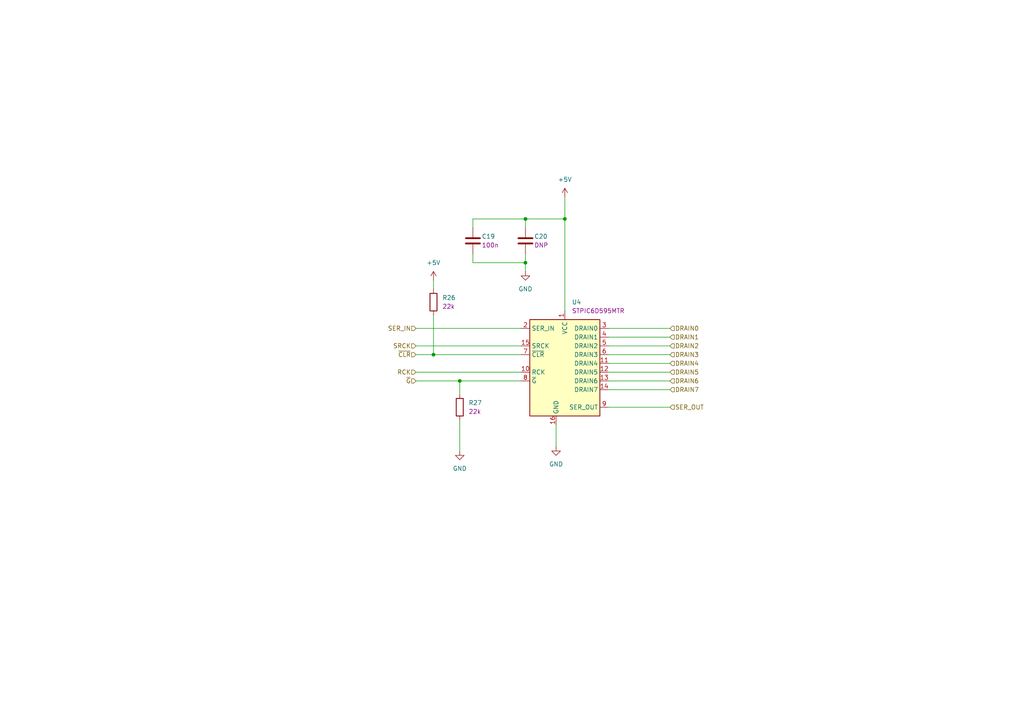
<source format=kicad_sch>
(kicad_sch (version 20211123) (generator eeschema)
  (paper "A4")
  (title_block (title "Gear Display Board") (date "2023-01-05") (rev "2.0") (company "Kallio Designs Oy") (comment 1 "Teemu Latonen") (comment 2 "000064") (comment 3 "000065"))
  (lib_symbols
    (symbol "KD_Capacitor:C_0603_100n_X7R_100V" (pin_numbers hide) (pin_names hide)
      (property "Reference" "C" (at 2.54 1.27 0))
      (property "Code" "100n" (at 2.54 -1.27 0))
      (symbol "C_0603_100n_X7R_100V_0_1"
        (polyline (pts (xy -2.032 -0.762) (xy 2.032 -0.762)) (stroke (width 0.508)))
        (polyline (pts (xy -2.032 0.762) (xy 2.032 0.762)) (stroke (width 0.508)))
      )
      (symbol "C_0603_100n_X7R_100V_1_1"
        (pin passive line (at 0 3.81 270) (length 2.794) (name "~") (number "1"))
        (pin passive line (at 0 -3.81 90) (length 2.794) (name "~") (number "2"))
      )
    )
    (symbol "KD_Capacitor:C_0805_DNP" (pin_numbers hide) (pin_names hide)
      (property "Reference" "C" (at 2.54 1.27 0))
      (property "Code" "DNP" (at 2.54 -1.27 0))
      (symbol "C_0805_DNP_0_1"
        (polyline (pts (xy -2.032 -0.762) (xy 2.032 -0.762)) (stroke (width 0.508)))
        (polyline (pts (xy -2.032 0.762) (xy 2.032 0.762)) (stroke (width 0.508)))
      )
      (symbol "C_0805_DNP_1_1"
        (pin passive line (at 0 3.81 270) (length 2.794) (name "~") (number "1"))
        (pin passive line (at 0 -3.81 90) (length 2.794) (name "~") (number "2"))
      )
    )
    (symbol "KD_IC_Buffer_Driver_Interface:Shift_register_OC_8bit_STPIC6D595MTR"
      (property "Reference" "U" (at 2.54 16.51 0))
      (property "Code" "STPIC6D595MTR" (at 2.54 13.97 0))
      (symbol "Shift_register_OC_8bit_STPIC6D595MTR_0_1"
        (rectangle (start -10.16 12.7) (end 10.16 -15.24) (stroke (width 0.254)) (fill (type background)))
      )
      (symbol "Shift_register_OC_8bit_STPIC6D595MTR_1_1"
        (pin power_in line (at 0 15.24 270) (length 2.54) (name "VCC") (number "1"))
        (pin input line (at -12.7 -2.54 0) (length 2.54) (name "RCK") (number "10"))
        (pin open_collector line (at 12.7 0 180) (length 2.54) (name "DRAIN4") (number "11"))
        (pin open_collector line (at 12.7 -2.54 180) (length 2.54) (name "DRAIN5") (number "12"))
        (pin open_collector line (at 12.7 -5.08 180) (length 2.54) (name "DRAIN6") (number "13"))
        (pin open_collector line (at 12.7 -7.62 180) (length 2.54) (name "DRAIN7") (number "14"))
        (pin input line (at -12.7 5.08 0) (length 2.54) (name "SRCK") (number "15"))
        (pin power_in line (at -2.54 -17.78 90) (length 2.54) (name "GND") (number "16"))
        (pin input line (at -12.7 10.16 0) (length 2.54) (name "SER_IN") (number "2"))
        (pin open_collector line (at 12.7 10.16 180) (length 2.54) (name "DRAIN0") (number "3"))
        (pin open_collector line (at 12.7 7.62 180) (length 2.54) (name "DRAIN1") (number "4"))
        (pin open_collector line (at 12.7 5.08 180) (length 2.54) (name "DRAIN2") (number "5"))
        (pin open_collector line (at 12.7 2.54 180) (length 2.54) (name "DRAIN3") (number "6"))
        (pin input line (at -12.7 2.54 0) (length 2.54) (name "~{CLR}") (number "7"))
        (pin input line (at -12.7 -5.08 0) (length 2.54) (name "~{G}") (number "8"))
        (pin output line (at 12.7 -12.7 180) (length 2.54) (name "SER_OUT") (number "9"))
      )
    )
    (symbol "KD_Resistor:R_0603_22k_1%" (pin_numbers hide) (pin_names hide)
      (property "Reference" "R" (at 1.905 1.27 0))
      (property "Code" "22k" (at 1.905 -1.27 0))
      (symbol "R_0603_22k_1%_0_1"
        (rectangle (start -1.016 -2.54) (end 1.016 2.54) (stroke (width 0.254)))
      )
      (symbol "R_0603_22k_1%_1_1"
        (pin passive line (at 0 3.81 270) (length 1.27) (name "~") (number "1"))
        (pin passive line (at 0 -3.81 90) (length 1.27) (name "~") (number "2"))
      )
    )
    (symbol "power:+5V" (power) (pin_names (offset 0))
      (property "Value" "+5V" (at 0 3.556 0))
      (symbol "+5V_0_1"
        (polyline (pts (xy -0.762 1.27) (xy 0 2.54)))
        (polyline (pts (xy 0 0) (xy 0 2.54)))
        (polyline (pts (xy 0 2.54) (xy 0.762 1.27)))
      )
      (symbol "+5V_1_1"
        (pin power_in line (at 0 0 90) (length 0) hide (name "+5V") (number "1"))
      )
    )
    (symbol "power:GND" (power) (pin_names (offset 0))
      (property "Value" "GND" (at 0 -3.81 0))
      (symbol "GND_0_1"
        (polyline (pts (xy 0 0) (xy 0 -1.27) (xy 1.27 -1.27) (xy 0 -2.54) (xy -1.27 -1.27) (xy 0 -1.27)))
      )
      (symbol "GND_1_1"
        (pin power_in line (at 0 0 270) (length 0) hide (name "GND") (number "1"))
      )
    )
  )
  (bus_alias "I2C" (members "SDA" "SCL"))
  (bus_alias "SPI" (members "MISO" "MOSI" "SCLK" "CS"))
  (junction (at 163.83 63.5))
  (junction (at 133.35 110.49))
  (junction (at 125.73 102.87))
  (junction (at 152.4 76.2))
  (junction (at 152.4 63.5))
  (wire (pts (xy 120.65 110.49) (xy 133.35 110.49)))
  (wire (pts (xy 133.35 110.49) (xy 133.35 114.3)))
  (wire (pts (xy 176.53 100.33) (xy 194.31 100.33)))
  (wire (pts (xy 161.29 129.54) (xy 161.29 123.19)))
  (wire (pts (xy 125.73 91.44) (xy 125.73 102.87)))
  (wire (pts (xy 176.53 113.03) (xy 194.31 113.03)))
  (wire (pts (xy 125.73 81.28) (xy 125.73 83.82)))
  (wire (pts (xy 152.4 66.04) (xy 152.4 63.5)))
  (wire (pts (xy 152.4 76.2) (xy 152.4 73.66)))
  (wire (pts (xy 152.4 63.5) (xy 163.83 63.5)))
  (wire (pts (xy 120.65 107.95) (xy 151.13 107.95)))
  (wire (pts (xy 137.16 63.5) (xy 152.4 63.5)))
  (wire (pts (xy 176.53 118.11) (xy 194.31 118.11)))
  (wire (pts (xy 137.16 73.66) (xy 137.16 76.2)))
  (wire (pts (xy 151.13 95.25) (xy 120.65 95.25)))
  (wire (pts (xy 152.4 78.74) (xy 152.4 76.2)))
  (wire (pts (xy 176.53 107.95) (xy 194.31 107.95)))
  (wire (pts (xy 176.53 110.49) (xy 194.31 110.49)))
  (wire (pts (xy 176.53 95.25) (xy 194.31 95.25)))
  (wire (pts (xy 176.53 105.41) (xy 194.31 105.41)))
  (wire (pts (xy 133.35 110.49) (xy 151.13 110.49)))
  (wire (pts (xy 176.53 102.87) (xy 194.31 102.87)))
  (wire (pts (xy 163.83 57.15) (xy 163.83 63.5)))
  (wire (pts (xy 176.53 97.79) (xy 194.31 97.79)))
  (wire (pts (xy 163.83 63.5) (xy 163.83 90.17)))
  (wire (pts (xy 137.16 66.04) (xy 137.16 63.5)))
  (wire (pts (xy 120.65 100.33) (xy 151.13 100.33)))
  (wire (pts (xy 137.16 76.2) (xy 152.4 76.2)))
  (wire (pts (xy 133.35 130.81) (xy 133.35 121.92)))
  (wire (pts (xy 125.73 102.87) (xy 151.13 102.87)))
  (wire (pts (xy 120.65 102.87) (xy 125.73 102.87)))
  (hierarchical_label "SER_IN" (shape input) (at 120.65 95.25 180))
  (hierarchical_label "RCK" (shape input) (at 120.65 107.95 180))
  (hierarchical_label "~{G}" (shape input) (at 120.65 110.49 180))
  (hierarchical_label "DRAIN0" (shape input) (at 194.31 95.25 0))
  (hierarchical_label "SER_OUT" (shape input) (at 194.31 118.11 0))
  (hierarchical_label "DRAIN3" (shape input) (at 194.31 102.87 0))
  (hierarchical_label "DRAIN5" (shape input) (at 194.31 107.95 0))
  (hierarchical_label "DRAIN7" (shape input) (at 194.31 113.03 0))
  (hierarchical_label "DRAIN4" (shape input) (at 194.31 105.41 0))
  (hierarchical_label "DRAIN6" (shape input) (at 194.31 110.49 0))
  (hierarchical_label "~{CLR}" (shape input) (at 120.65 102.87 180))
  (hierarchical_label "DRAIN2" (shape input) (at 194.31 100.33 0))
  (hierarchical_label "DRAIN1" (shape input) (at 194.31 97.79 0))
  (hierarchical_label "SRCK" (shape input) (at 120.65 100.33 180))
  (symbol (lib_id "KD_Capacitor:C_0805_DNP") (at 152.4 69.85 0) (unit 1)
    (property "Reference" "C20" (at 154.94 68.58 0) (effects (justify left)))
    (property "Value" "C_0805_DNP" (effects hide))
    (property "Footprint" "KD_Capacitor:CAPC2012X135N_DNP" (effects hide))
    (property "Datasheet" "https://api.kemet.com/component-edge/download/datasheet/CBR08C279B5GAC.pdf" (effects hide))
    (property "Code" "DNP" (at 154.94 71.12 0) (effects (justify left)))
    (property "Manufacturer" "DNP" (effects hide))
    (property "MFG_PartNo" "DNP" (effects hide))
    (property "Supplier" "DNP" (effects hide))
    (property "Supplier_PartNo" "DNP" (effects hide))
    (property "DNP" "T" (effects hide))
    (property "Price" "0.00" (effects hide))
  )
  (symbol (lib_id "KD_IC_Buffer_Driver_Interface:Shift_register_OC_8bit_STPIC6D595MTR") (at 163.83 105.41 0) (unit 1)
    (property "Reference" "U4" (at 165.8494 87.63 0) (effects (justify left)))
    (property "Value" "Shift_register_OC_8bit_STPIC6D595MTR" (effects hide))
    (property "Footprint" "KD_Package_SO:SOIC127P640X200-16N" (effects hide))
    (property "Datasheet" "https://www.st.com/content/ccc/resource/technical/document/datasheet/e5/1c/d3/4a/66/f5/41/dc/CD00163738.pdf/files/CD00163738.pdf/jcr:content/translations/en.CD00163738.pdf" (effects hide))
    (property "Code" "STPIC6D595MTR" (at 165.8494 90.17 0) (effects (justify left)))
    (property "Manufacturer" "STMicroelectronics" (effects hide))
    (property "MFG_PartNo" "STPIC6D595MTR" (effects hide))
    (property "Supplier" "Digi-Key" (effects hide))
    (property "Supplier_PartNo" "497-6329-1-ND" (effects hide))
    (property "DNP" "F" (effects hide))
    (property "Price" "0.9" (effects hide))
  )
  (symbol (lib_id "power:GND") (at 161.29 129.54 0) (unit 1)
    (property "Reference" "#PWR0127" (effects hide))
    (property "Value" "GND" (at 161.29 134.62 0))
  )
  (symbol (lib_id "power:+5V") (at 125.73 81.28 0) (unit 1)
    (property "Reference" "#PWR0130" (effects hide))
    (property "Value" "+5V" (at 125.73 76.2 0))
  )
  (symbol (lib_id "KD_Resistor:R_0603_22k_1%") (at 133.35 118.11 0) (unit 1)
    (property "Reference" "R27" (at 135.89 116.8399 0) (effects (justify left)))
    (property "Value" "R_0603_22k_1%" (effects hide))
    (property "Footprint" "KD_Resistor:RESC1608X55N" (effects hide))
    (property "Datasheet" "https://www.yageo.com/upload/media/product/productsearch/datasheet/rchip/PYu-RC_Group_51_RoHS_L_11.pdf" (effects hide))
    (property "Code" "22k" (at 135.89 119.3799 0) (effects (justify left)))
    (property "Manufacturer" "YAGEO" (effects hide))
    (property "MFG_PartNo" "311-22.0KHRCT-ND" (effects hide))
    (property "Supplier" "Digi-Key" (effects hide))
    (property "Supplier_PartNo" "311-22.0KHRCT-ND" (effects hide))
    (property "DNP" "F" (effects hide))
    (property "Price" "0.01" (effects hide))
  )
  (symbol (lib_id "power:GND") (at 133.35 130.81 0) (unit 1)
    (property "Reference" "#PWR0128" (effects hide))
    (property "Value" "GND" (at 133.35 135.89 0))
  )
  (symbol (lib_id "KD_Capacitor:C_0603_100n_X7R_100V") (at 137.16 69.85 0) (unit 1)
    (property "Reference" "C19" (at 139.7 68.58 0) (effects (justify left)))
    (property "Value" "C_0603_100n_X7R_100V" (effects hide))
    (property "Footprint" "KD_Capacitor:CAPC1608X90N" (effects hide))
    (property "Datasheet" "https://media.digikey.com/pdf/Data%20Sheets/Samsung%20PDFs/CL10B104KC8NNNC_Spec.pdf" (effects hide))
    (property "Code" "100n" (at 139.7 71.12 0) (effects (justify left)))
    (property "Manufacturer" "Samsung Electro-Mechanics" (effects hide))
    (property "MFG_PartNo" "CL10B104KC8NNNC" (effects hide))
    (property "Supplier" "Digi-Key" (effects hide))
    (property "Supplier_PartNo" "1276-6807-1-ND" (effects hide))
    (property "DNP" "F" (effects hide))
    (property "Price" "0.03" (effects hide))
  )
  (symbol (lib_id "power:GND") (at 152.4 78.74 0) (unit 1)
    (property "Reference" "#PWR0129" (effects hide))
    (property "Value" "GND" (at 152.4 83.82 0))
  )
  (symbol (lib_id "KD_Resistor:R_0603_22k_1%") (at 125.73 87.63 0) (unit 1)
    (property "Reference" "R26" (at 128.27 86.3599 0) (effects (justify left)))
    (property "Value" "R_0603_22k_1%" (effects hide))
    (property "Footprint" "KD_Resistor:RESC1608X55N" (effects hide))
    (property "Datasheet" "https://www.yageo.com/upload/media/product/productsearch/datasheet/rchip/PYu-RC_Group_51_RoHS_L_11.pdf" (effects hide))
    (property "Code" "22k" (at 128.27 88.8999 0) (effects (justify left)))
    (property "Manufacturer" "YAGEO" (effects hide))
    (property "MFG_PartNo" "311-22.0KHRCT-ND" (effects hide))
    (property "Supplier" "Digi-Key" (effects hide))
    (property "Supplier_PartNo" "311-22.0KHRCT-ND" (effects hide))
    (property "DNP" "F" (effects hide))
    (property "Price" "0.01" (effects hide))
  )
  (symbol (lib_id "power:+5V") (at 163.83 57.15 0) (unit 1)
    (property "Reference" "#PWR0131" (effects hide))
    (property "Value" "+5V" (at 163.83 52.07 0))
  )
)
</source>
